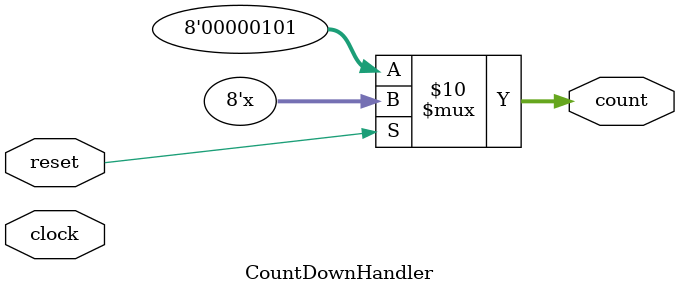
<source format=v>
`timescale 1ns / 1ps


module CountDownHandler(
    input clock,
    input reset,
    output reg [7:0] count
    );
    
    always @(reset or clock) begin
        if (reset == 0) begin // active low reset
            count <= 8'd5;
        end else if (clock && count != 0) begin
            count <= count - 8'b1;
        end else
            count <= count;
    end 
         
endmodule

</source>
